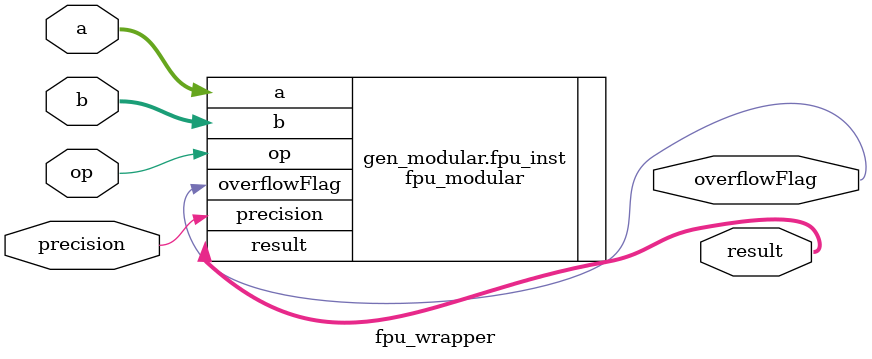
<source format=v>

module fpu_wrapper (
    input wire [31:0] a, b,           // Operandos
    input wire op,                    // 0: add, 1: mul
    input wire precision,             // 0: 16-bit, 1: 32-bit
    output wire [31:0] result,        // Resultado
    output wire overflowFlag          // Flag de overflow
);

    // Parámetro para seleccionar implementación
    parameter USE_MODULAR = 1;  // 1: usar FPU modular, 0: usar FPU original

    generate
        if (USE_MODULAR) begin : gen_modular
            // Usar implementación modular
            fpu_modular fpu_inst (
                .a(a),
                .b(b),
                .op(op),
                .precision(precision),
                .result(result),
                .overflowFlag(overflowFlag)
            );
        end else begin : gen_original
            // Usar implementación original
            fpu fpu_inst (
                .a(a),
                .b(b),
                .op(op),
                .precision(precision),
                .result(result),
                .overflowFlag(overflowFlag)
            );
        end
    endgenerate

endmodule

</source>
